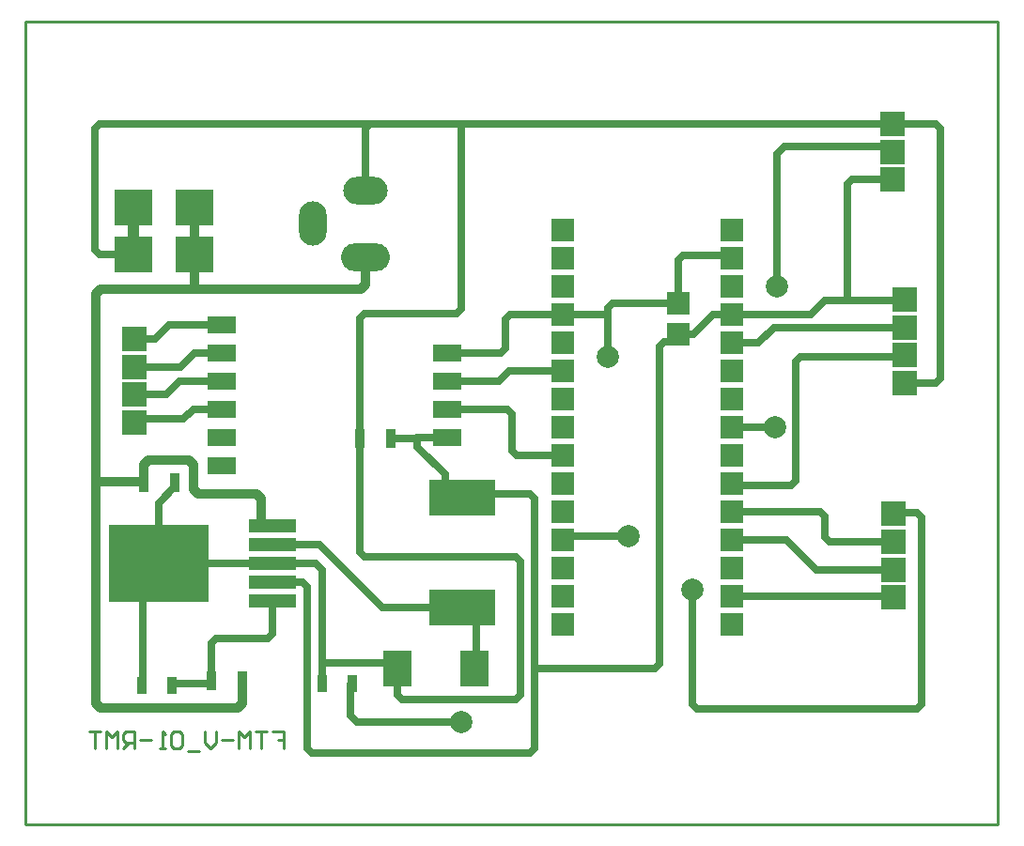
<source format=gbr>
%FSTAX23Y23*%
%MOIN*%
%SFA1B1*%

%IPPOS*%
%ADD10C,0.027559*%
%ADD11R,0.078740X0.078740*%
%ADD12R,0.100000X0.060630*%
%ADD13R,0.086614X0.086614*%
%ADD14O,0.098425X0.157480*%
%ADD15O,0.173228X0.098425*%
%ADD16O,0.157480X0.098425*%
%ADD17R,0.133858X0.125984*%
%ADD18C,0.078740*%
%ADD19R,0.037401X0.066929*%
%ADD20R,0.098425X0.129921*%
%ADD21R,0.236220X0.129921*%
%ADD22R,0.078740X0.078740*%
%ADD23R,0.035433X0.061024*%
%ADD24R,0.169291X0.051181*%
%ADD25R,0.354330X0.275590*%
%ADD26C,0.010000*%
%ADD27C,0.039370*%
%ADD28C,0.033465*%
%LNftm_pcb_copper_signal_bot-1*%
%LPD*%
G54D10*
X01788Y00255D02*
X01805Y00271D01*
Y00555*
X01Y00271D02*
Y00843D01*
Y00271D02*
X01016Y00255D01*
X01788*
X02381Y0041D02*
X03163D01*
X02365Y00426D02*
X02381Y0041D01*
X02365Y00426D02*
Y00835D01*
X0225Y00571D02*
Y01698D01*
X02266Y01714*
X01805Y00555D02*
X02233D01*
X02304Y01714D02*
X02329Y0174D01*
X02266Y01714D02*
X02304D01*
X02233Y00555D02*
X0225Y00571D01*
X01201Y0095D02*
X01738D01*
Y00445D02*
X01755Y00461D01*
Y00933*
X01335Y00445D02*
X01738D01*
Y0095D02*
X01755Y00933D01*
X01185Y00966D02*
Y0137D01*
Y00966D02*
X01201Y0095D01*
X01265Y0077D02*
X0155D01*
X00907Y00993D02*
X01041D01*
X01265Y0077*
X01205Y0247D02*
X01213Y02478D01*
X01233Y02486D02*
X01545D01*
X01528Y01815D02*
X01545Y01831D01*
Y02486*
X01773*
X01201Y01815D02*
X01528D01*
X01205Y02251D02*
Y0247D01*
Y02486D02*
X01233D01*
X00261D02*
X01205D01*
X01685Y01675D02*
X01701Y01691D01*
Y01793D02*
X01717Y0181D01*
X02065*
X01495Y01675D02*
X01685D01*
X01701Y01691D02*
Y01793D01*
X01185Y01798D02*
X01201Y01815D01*
X01185Y0137D02*
Y01798D01*
X01487Y01203D02*
X01531Y0116D01*
X0139Y0134D02*
X01487Y01242D01*
X0139Y0134D02*
Y0137D01*
X01531Y0116D02*
X0155D01*
X01487Y01203D02*
Y01242D01*
X0155Y0116D02*
X01565Y01175D01*
X01295Y0137D02*
X0139D01*
Y01375D02*
X01495D01*
X02505Y0181D02*
X02785D01*
X02495Y0202D02*
X02505Y0201D01*
X02331Y0202D02*
X02495D01*
X02315Y0185D02*
Y02003D01*
X02331Y0202*
X00385Y01526D02*
X00497D01*
X00546Y01575*
X00396Y0144D02*
X0056D01*
X00385Y01428D02*
X00396Y0144D01*
X0056D02*
X00595Y01475D01*
X00458Y01723D02*
X0051Y01775D01*
X00695*
X00385Y01723D02*
X00458D01*
X006Y01675D02*
X00695D01*
X00385Y01625D02*
X0055D01*
X006Y01675*
X00595Y01475D02*
X00695D01*
X00546Y01575D02*
X00695D01*
X01725Y01326D02*
X01741Y0131D01*
X01725Y01326D02*
Y01458D01*
X01741Y0131D02*
X01905D01*
X01708Y01475D02*
X01725Y01458D01*
X01495Y01475D02*
X01708D01*
X01714Y0161D02*
X01905D01*
X01495Y01575D02*
X01679D01*
X01714Y0161*
X00471Y01141D02*
X0053Y012D01*
X00471Y00926D02*
Y01141D01*
X0053Y012D02*
Y01215D01*
X00875Y00676D02*
Y00793D01*
X00858Y0066D02*
X00875Y00676D01*
X00659Y00644D02*
X00675Y0066D01*
X00659Y00504D02*
Y00644D01*
X00675Y0066D02*
X00858D01*
X00471Y00926D02*
X00875D01*
X00654Y00499D02*
X00659Y00504D01*
X00521Y00499D02*
X00654D01*
X00517Y00495D02*
X00521Y00499D01*
X00517Y00495D02*
Y00495D01*
X00415Y0051D02*
Y0087D01*
X01298Y00575D02*
X01318Y00555D01*
Y00461D02*
X01335Y00445D01*
X01556Y0077D02*
X01599Y00726D01*
X01318Y00461D02*
Y00555D01*
X01052Y00575D02*
Y00902D01*
X01028Y00926D02*
X01052Y00902D01*
X01599Y00521D02*
Y00726D01*
X0145Y00755D02*
X01455Y0075D01*
X01052Y005D02*
Y00575D01*
X01153Y00496D02*
X01157Y005D01*
X01052Y00575D02*
X01298D01*
X00983Y0086D02*
X01Y00843D01*
X00875Y00926D02*
X01028D01*
X00875Y0086D02*
X00983D01*
X00415Y0087D02*
X00471Y00926D01*
X01928Y01025D02*
X0214D01*
X02505Y0101D02*
X027D01*
X01905D02*
X01913D01*
X01928Y01025*
X02835Y01021D02*
X02851Y01005D01*
X03079*
X02915Y0186D02*
Y02273D01*
X02931Y0229D02*
X03075D01*
X02691Y02406D02*
X03075D01*
X02915Y02273D02*
X02931Y0229D01*
X01773Y02486D02*
X03075D01*
X02665Y0191D02*
Y0238D01*
X02691Y02406*
X02065Y0181D02*
Y01833D01*
X02329Y0174D02*
X0237D01*
X02081Y0185D02*
X02315D01*
X02065Y01833D02*
X02081Y0185D01*
X02065Y0166D02*
Y0181D01*
X03108Y01565D02*
X03111Y01568D01*
X03116Y0186D02*
X0312Y01863D01*
X03113Y0166D02*
X0312Y01666D01*
X03111Y01568D02*
X0312D01*
X02505Y0111D02*
X02818D01*
X02715Y01205D02*
X02731Y01221D01*
X03163Y01107D02*
X0318Y01091D01*
X02818Y0111D02*
X02835Y01093D01*
X03084Y01107D02*
X03163D01*
X02505Y0121D02*
X0251Y01205D01*
X02715*
X03079Y01102D02*
X03084Y01107D01*
X02835Y01021D02*
Y01093D01*
X027Y0101D02*
X02804Y00905D01*
X02505Y0081D02*
X03079D01*
X02804Y00905D02*
X0308D01*
X01788Y01175D02*
X01805Y01158D01*
X0309Y0166D02*
X03091Y0166D01*
X02785Y0181D02*
X02835Y0186D01*
X02655Y01765D02*
X0312D01*
X03091Y0166D02*
X03113D01*
X02915Y0186D02*
X03116D01*
X02835D02*
X02915D01*
X02747Y0166D02*
X0309D01*
X02731Y01643D02*
X02747Y0166D01*
X02731Y01221D02*
Y01643D01*
X02505Y0141D02*
X0266D01*
X0244Y0181D02*
X02505D01*
Y0171D02*
X026D01*
X0237Y0174D02*
X0244Y0181D01*
X026Y0171D02*
X02655Y01765D01*
X03163Y0041D02*
X0318Y00426D01*
Y01091*
X0312Y01568D02*
X03228D01*
X03245Y01584D02*
Y0247D01*
X03228Y01568D02*
X03245Y01584D01*
X03075Y02486D02*
X03228D01*
X03245Y0247*
X01565Y01175D02*
X01788D01*
X00261Y02024D02*
X00383D01*
X01153Y00386D02*
Y00496D01*
Y00386D02*
X01175Y00365D01*
X01545*
X00245Y0204D02*
Y0247D01*
X00261Y02486*
X00245Y0204D02*
X00261Y02024D01*
X01805Y00555D02*
Y01158D01*
G54D11*
X02505Y0211D03*
Y0201D03*
Y0191D03*
Y0181D03*
Y0171D03*
Y0161D03*
Y0151D03*
Y0141D03*
Y0131D03*
Y0121D03*
Y0111D03*
Y0101D03*
Y0091D03*
Y0081D03*
Y0071D03*
X01905Y0211D03*
Y0201D03*
Y0191D03*
Y0181D03*
Y0171D03*
Y0161D03*
Y0151D03*
Y0141D03*
Y0131D03*
Y0121D03*
Y0111D03*
Y0101D03*
Y0091D03*
Y0081D03*
Y0071D03*
G54D12*
X01495Y01575D03*
Y01675D03*
Y01475D03*
Y01375D03*
X00695Y01775D03*
Y01275D03*
Y01375D03*
Y01475D03*
Y01575D03*
Y01675D03*
G54D13*
X03079Y00905D03*
Y00807D03*
Y01004D03*
Y01102D03*
X03075Y02486D03*
Y02388D03*
Y0229D03*
X00385Y01526D03*
Y01428D03*
Y01625D03*
Y01723D03*
X0312Y01765D03*
Y01863D03*
Y01666D03*
Y01568D03*
G54D14*
X01019Y02133D03*
G54D15*
X01205Y02015D03*
G54D16*
X01205Y02251D03*
G54D17*
X00383Y02024D03*
X006D03*
X00383Y0219D03*
X006D03*
G54D18*
X02365Y00835D03*
X02065Y0166D03*
X0266Y0141D03*
X0214Y01025D03*
X02665Y0191D03*
X01545Y00365D03*
G54D19*
X0053Y01215D03*
X00419D03*
X01295Y0137D03*
X01184D03*
X0077Y0051D03*
X00659D03*
G54D20*
X01591Y00555D03*
X01318D03*
G54D21*
X0155Y0116D03*
Y0077D03*
G54D22*
X02315Y0185D03*
Y01739D03*
G54D23*
X00412Y00495D03*
X00517D03*
X01157Y005D03*
X01052D03*
G54D24*
X00875Y0106D03*
Y00993D03*
Y00926D03*
Y0086D03*
Y00793D03*
G54D25*
X00471Y00926D03*
G54D26*
X0Y0D02*
X0345D01*
X0Y0285D02*
X0345D01*
Y0D02*
Y0285D01*
X0Y0D02*
Y0285D01*
X00875Y00329D02*
X00915D01*
Y00299*
X00895*
X00915*
Y00269*
X00855Y00329D02*
X00815D01*
X00835*
Y00269*
X00795D02*
Y00329D01*
X00775Y00309*
X00755Y00329*
Y00269*
X00735Y00299D02*
X00695D01*
X00675Y00329D02*
Y00289D01*
X00655Y00269*
X00635Y00289*
Y00329*
X00615Y0026D02*
X00575D01*
X00555Y00319D02*
X00545Y00329D01*
X00525*
X00515Y00319*
Y00279*
X00525Y00269*
X00545*
X00555Y00279*
Y00319*
X00495Y00269D02*
X00475D01*
X00485*
Y00329*
X00495Y00319*
X00445Y00299D02*
X00405D01*
X00385Y00269D02*
Y00329D01*
X00355*
X00345Y00319*
Y00299*
X00355Y00289*
X00385*
X00365D02*
X00345Y00269D01*
X00325D02*
Y00329D01*
X00305Y00309*
X00285Y00329*
Y00269*
X00265Y00329D02*
X00225D01*
X00245*
Y00269*
G54D27*
X00383Y02024D02*
Y0219D01*
G54D28*
X00419Y01218D02*
Y01278D01*
X00578Y01295D02*
X00595Y01278D01*
Y01191D02*
Y01278D01*
X00419D02*
X00436Y01295D01*
X00578*
X00611Y01175D02*
X00818D01*
X00595Y01191D02*
X00611Y01175D01*
X00875Y01063D02*
X00904D01*
X0025Y01218D02*
X00419D01*
Y01215D02*
Y01218D01*
X00835Y01072D02*
Y01158D01*
X00846Y0106D02*
X00875D01*
X00835Y01072D02*
X00846Y0106D01*
X00818Y01175D02*
X00835Y01158D01*
X0025Y01218D02*
Y01883D01*
Y00431D02*
Y01218D01*
X00266Y019D02*
X006D01*
X0025Y01883D02*
X00266Y019D01*
X006D02*
Y02024D01*
X01205Y01916D02*
Y02015D01*
X01188Y019D02*
X01205Y01916D01*
X006Y019D02*
X01188D01*
X00753Y00415D02*
X0077Y00431D01*
Y005*
X00266Y00415D02*
X00753D01*
X0025Y00431D02*
X00266Y00415D01*
X006Y02024D02*
Y0219D01*
M02*
</source>
